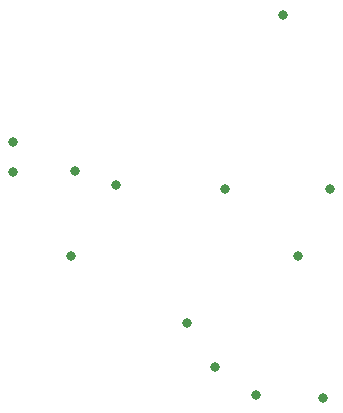
<source format=gbr>
%TF.GenerationSoftware,KiCad,Pcbnew,9.0.0*%
%TF.CreationDate,2025-04-23T17:39:50-07:00*%
%TF.ProjectId,ntscv2,6e747363-7632-42e6-9b69-6361645f7063,rev?*%
%TF.SameCoordinates,Original*%
%TF.FileFunction,Paste,Bot*%
%TF.FilePolarity,Positive*%
%FSLAX46Y46*%
G04 Gerber Fmt 4.6, Leading zero omitted, Abs format (unit mm)*
G04 Created by KiCad (PCBNEW 9.0.0) date 2025-04-23 17:39:50*
%MOMM*%
%LPD*%
G01*
G04 APERTURE LIST*
%ADD10C,0.800000*%
G04 APERTURE END LIST*
D10*
%TO.C,TP81*%
X177100000Y-54060000D03*
%TD*%
%TO.C,TP79*%
X189290000Y-63470000D03*
%TD*%
%TO.C,TP86*%
X199040000Y-48360000D03*
%TD*%
%TO.C,TP5*%
X192760000Y-65850000D03*
%TD*%
%TO.C,TP83*%
X180890000Y-48030000D03*
%TD*%
%TO.C,TP7*%
X196314999Y-54089999D03*
%TD*%
%TO.C,TP80*%
X186960000Y-59760000D03*
%TD*%
%TO.C,TP85*%
X190110000Y-48360000D03*
%TD*%
%TO.C,TP87*%
X172210000Y-46970000D03*
%TD*%
%TO.C,TP6*%
X198437501Y-66130000D03*
%TD*%
%TO.C,TP82*%
X177420000Y-46850000D03*
%TD*%
%TO.C,TP88*%
X172180000Y-44440000D03*
%TD*%
%TO.C,TP84*%
X195020000Y-33630000D03*
%TD*%
M02*

</source>
